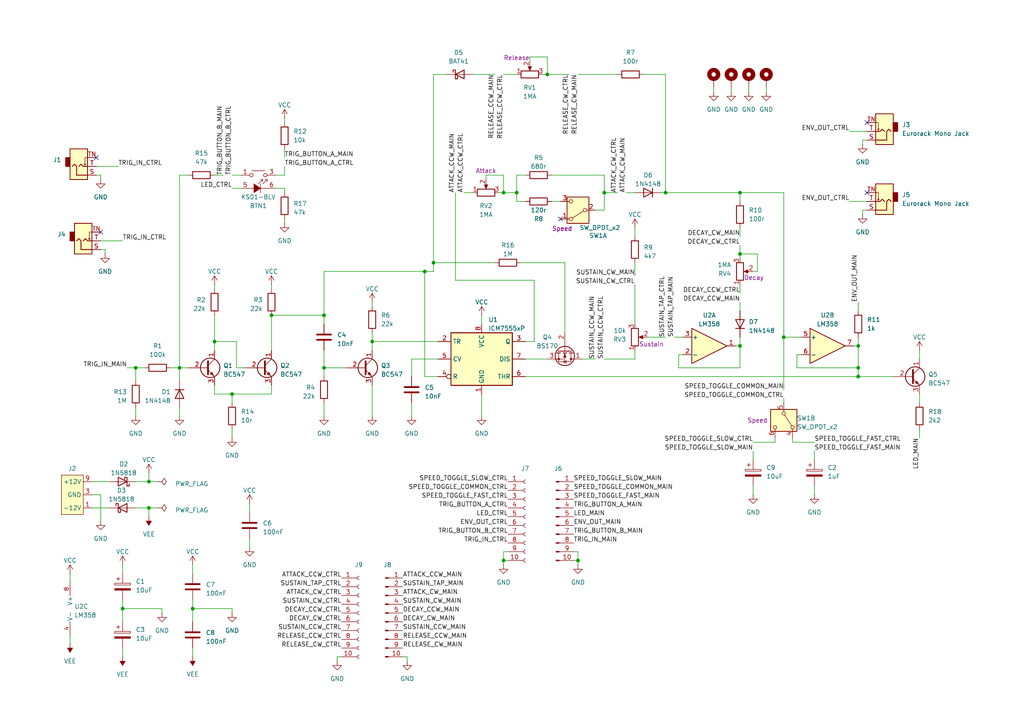
<source format=kicad_sch>
(kicad_sch (version 20231120) (generator "eeschema") (generator_version "8.0")
  (paper "A4")
  (title_block (title "555 ADSR Envelope") (date "2024-07-07") (rev "rev01") (company "Bristol Communal Modular") (comment 2 "creativecommons.org/licenses/by/4.0/") (comment 3 "License: CC BY 4.0") (comment 4 "Author: Guy John"))
  (junction (at 52.07 106.68))
  (junction (at 149.86 55.88))
  (junction (at 125.73 76.2))
  (junction (at 123.19 78.74))
  (junction (at 227.33 97.79))
  (junction (at 35.56 176.53))
  (junction (at 43.18 147.32))
  (junction (at 158.75 21.59))
  (junction (at 62.23 99.06))
  (junction (at 248.92 106.68))
  (junction (at 39.37 106.68))
  (junction (at 107.95 99.06))
  (junction (at 214.63 100.33))
  (junction (at 248.92 100.33))
  (junction (at 193.04 55.88))
  (junction (at 93.98 106.68))
  (junction (at 55.88 176.53))
  (junction (at 248.92 109.22))
  (junction (at 146.05 55.88))
  (junction (at 43.18 139.7))
  (junction (at 167.64 162.56))
  (junction (at 214.63 55.88))
  (junction (at 78.74 91.44))
  (junction (at 175.26 55.88))
  (junction (at 67.31 114.3))
  (junction (at 146.05 162.56))
  (junction (at 93.98 91.44))
  (junction (at 214.63 73.66))
  (no_connect (at 27.94 45.72))
  (no_connect (at 29.21 67.31))
  (no_connect (at 251.46 35.56))
  (no_connect (at 162.56 63.5))
  (no_connect (at 251.46 55.88))
  (wire (pts (xy 219.71 73.66) (xy 214.63 73.66)))
  (wire (pts (xy 146.05 162.56) (xy 146.05 163.83)))
  (wire (pts (xy 39.37 118.11) (xy 39.37 120.65)))
  (wire (pts (xy 152.4 104.14) (xy 158.75 104.14)))
  (wire (pts (xy 127 109.22) (xy 123.19 109.22)))
  (wire (pts (xy 149.86 58.42) (xy 149.86 55.88)))
  (wire (pts (xy 52.07 50.8) (xy 54.61 50.8)))
  (wire (pts (xy 39.37 106.68) (xy 39.37 110.49)))
  (wire (pts (xy 218.44 140.97) (xy 218.44 143.51)))
  (wire (pts (xy 231.14 106.68) (xy 248.92 106.68)))
  (wire (pts (xy 62.23 114.3) (xy 67.31 114.3)))
  (wire (pts (xy 72.39 146.05) (xy 72.39 148.59)))
  (wire (pts (xy 248.92 106.68) (xy 248.92 100.33)))
  (wire (pts (xy 34.29 48.26) (xy 27.94 48.26)))
  (wire (pts (xy 193.04 55.88) (xy 214.63 55.88)))
  (wire (pts (xy 29.21 143.51) (xy 29.21 151.13)))
  (wire (pts (xy 152.4 50.8) (xy 149.86 50.8)))
  (wire (pts (xy 191.77 55.88) (xy 193.04 55.88)))
  (wire (pts (xy 248.92 100.33) (xy 247.65 100.33)))
  (wire (pts (xy 43.18 139.7) (xy 45.72 139.7)))
  (wire (pts (xy 149.86 55.88) (xy 146.05 55.88)))
  (wire (pts (xy 236.22 130.81) (xy 236.22 133.35)))
  (wire (pts (xy 152.4 109.22) (xy 248.92 109.22)))
  (wire (pts (xy 167.64 21.59) (xy 179.07 21.59)))
  (wire (pts (xy 67.31 114.3) (xy 78.74 114.3)))
  (wire (pts (xy 227.33 115.57) (xy 227.33 116.84)))
  (wire (pts (xy 35.56 173.99) (xy 35.56 176.53)))
  (wire (pts (xy 227.33 97.79) (xy 232.41 97.79)))
  (wire (pts (xy 39.37 147.32) (xy 43.18 147.32)))
  (wire (pts (xy 166.37 162.56) (xy 167.64 162.56)))
  (wire (pts (xy 35.56 163.83) (xy 35.56 166.37)))
  (wire (pts (xy 125.73 76.2) (xy 125.73 78.74)))
  (wire (pts (xy 250.19 60.96) (xy 251.46 60.96)))
  (wire (pts (xy 224.79 128.27) (xy 224.79 127)))
  (wire (pts (xy 30.48 73.66) (xy 30.48 72.39)))
  (wire (pts (xy 55.88 176.53) (xy 67.31 176.53)))
  (wire (pts (xy 29.21 50.8) (xy 27.94 50.8)))
  (wire (pts (xy 93.98 106.68) (xy 93.98 109.22)))
  (wire (pts (xy 125.73 21.59) (xy 125.73 76.2)))
  (wire (pts (xy 123.19 78.74) (xy 125.73 78.74)))
  (wire (pts (xy 266.7 127) (xy 266.7 124.46)))
  (wire (pts (xy 151.13 76.2) (xy 163.83 76.2)))
  (wire (pts (xy 52.07 50.8) (xy 52.07 106.68)))
  (wire (pts (xy 62.23 82.55) (xy 62.23 83.82)))
  (wire (pts (xy 67.31 124.46) (xy 67.31 127)))
  (wire (pts (xy 78.74 91.44) (xy 78.74 101.6)))
  (wire (pts (xy 248.92 97.79) (xy 248.92 100.33)))
  (wire (pts (xy 214.63 82.55) (xy 214.63 85.09)))
  (wire (pts (xy 217.17 26.67) (xy 217.17 25.4)))
  (wire (pts (xy 152.4 58.42) (xy 149.86 58.42)))
  (wire (pts (xy 82.55 34.29) (xy 82.55 35.56)))
  (wire (pts (xy 118.11 190.5) (xy 118.11 191.77)))
  (wire (pts (xy 67.31 116.84) (xy 67.31 114.3)))
  (wire (pts (xy 67.31 54.61) (xy 69.85 54.61)))
  (wire (pts (xy 29.21 52.07) (xy 29.21 50.8)))
  (wire (pts (xy 175.26 104.14) (xy 184.15 104.14)))
  (wire (pts (xy 175.26 55.88) (xy 179.07 55.88)))
  (wire (pts (xy 97.79 190.5) (xy 97.79 191.77)))
  (wire (pts (xy 250.19 40.64) (xy 251.46 40.64)))
  (wire (pts (xy 248.92 109.22) (xy 259.08 109.22)))
  (wire (pts (xy 78.74 82.55) (xy 78.74 83.82)))
  (wire (pts (xy 93.98 78.74) (xy 93.98 91.44)))
  (wire (pts (xy 214.63 55.88) (xy 214.63 58.42)))
  (wire (pts (xy 146.05 160.02) (xy 146.05 162.56)))
  (wire (pts (xy 175.26 50.8) (xy 175.26 55.88)))
  (wire (pts (xy 181.61 55.88) (xy 184.15 55.88)))
  (wire (pts (xy 140.97 50.8) (xy 146.05 50.8)))
  (wire (pts (xy 219.71 78.74) (xy 219.71 73.66)))
  (wire (pts (xy 218.44 128.27) (xy 224.79 128.27)))
  (wire (pts (xy 218.44 78.74) (xy 219.71 78.74)))
  (wire (pts (xy 39.37 106.68) (xy 41.91 106.68)))
  (wire (pts (xy 93.98 106.68) (xy 100.33 106.68)))
  (wire (pts (xy 172.72 60.96) (xy 175.26 60.96)))
  (wire (pts (xy 146.05 21.59) (xy 149.86 21.59)))
  (wire (pts (xy 198.12 102.87) (xy 196.85 102.87)))
  (wire (pts (xy 236.22 140.97) (xy 236.22 143.51)))
  (wire (pts (xy 158.75 21.59) (xy 165.1 21.59)))
  (wire (pts (xy 62.23 114.3) (xy 62.23 111.76)))
  (wire (pts (xy 78.74 111.76) (xy 78.74 114.3)))
  (wire (pts (xy 187.96 97.79) (xy 193.04 97.79)))
  (wire (pts (xy 52.07 118.11) (xy 52.07 120.65)))
  (wire (pts (xy 93.98 101.6) (xy 93.98 106.68)))
  (wire (pts (xy 123.19 109.22) (xy 123.19 78.74)))
  (wire (pts (xy 119.38 104.14) (xy 119.38 109.22)))
  (wire (pts (xy 154.94 81.28) (xy 154.94 99.06)))
  (wire (pts (xy 82.55 50.8) (xy 80.01 50.8)))
  (wire (pts (xy 67.31 177.8) (xy 67.31 176.53)))
  (wire (pts (xy 248.92 87.63) (xy 248.92 90.17)))
  (wire (pts (xy 214.63 66.04) (xy 214.63 68.58)))
  (wire (pts (xy 26.67 147.32) (xy 31.75 147.32)))
  (wire (pts (xy 67.31 50.8) (xy 69.85 50.8)))
  (wire (pts (xy 229.87 128.27) (xy 236.22 128.27)))
  (wire (pts (xy 229.87 127) (xy 229.87 128.27)))
  (wire (pts (xy 153.67 17.78) (xy 153.67 16.51)))
  (wire (pts (xy 248.92 106.68) (xy 248.92 109.22)))
  (wire (pts (xy 62.23 99.06) (xy 62.23 101.6)))
  (wire (pts (xy 146.05 162.56) (xy 147.32 162.56)))
  (wire (pts (xy 55.88 163.83) (xy 55.88 166.37)))
  (wire (pts (xy 35.56 190.5) (xy 35.56 187.96)))
  (wire (pts (xy 107.95 87.63) (xy 107.95 88.9)))
  (wire (pts (xy 55.88 190.5) (xy 55.88 187.96)))
  (wire (pts (xy 132.08 55.88) (xy 132.08 81.28)))
  (wire (pts (xy 154.94 99.06) (xy 152.4 99.06)))
  (wire (pts (xy 129.54 21.59) (xy 125.73 21.59)))
  (wire (pts (xy 123.19 78.74) (xy 93.98 78.74)))
  (wire (pts (xy 36.83 106.68) (xy 39.37 106.68)))
  (wire (pts (xy 46.99 177.8) (xy 46.99 176.53)))
  (wire (pts (xy 214.63 100.33) (xy 213.36 100.33)))
  (wire (pts (xy 222.25 26.67) (xy 222.25 25.4)))
  (wire (pts (xy 184.15 66.04) (xy 184.15 68.58)))
  (wire (pts (xy 214.63 73.66) (xy 214.63 74.93)))
  (wire (pts (xy 250.19 41.91) (xy 250.19 40.64)))
  (wire (pts (xy 99.06 190.5) (xy 97.79 190.5)))
  (wire (pts (xy 39.37 139.7) (xy 43.18 139.7)))
  (wire (pts (xy 166.37 160.02) (xy 167.64 160.02)))
  (wire (pts (xy 212.09 26.67) (xy 212.09 25.4)))
  (wire (pts (xy 55.88 173.99) (xy 55.88 176.53)))
  (wire (pts (xy 35.56 176.53) (xy 35.56 180.34)))
  (wire (pts (xy 107.95 99.06) (xy 107.95 101.6)))
  (wire (pts (xy 20.32 186.69) (xy 20.32 184.15)))
  (wire (pts (xy 127 104.14) (xy 119.38 104.14)))
  (wire (pts (xy 184.15 80.01) (xy 184.15 76.2)))
  (wire (pts (xy 227.33 97.79) (xy 227.33 113.03)))
  (wire (pts (xy 52.07 106.68) (xy 54.61 106.68)))
  (wire (pts (xy 158.75 21.59) (xy 157.48 21.59)))
  (wire (pts (xy 146.05 55.88) (xy 144.78 55.88)))
  (wire (pts (xy 246.38 38.1) (xy 251.46 38.1)))
  (wire (pts (xy 160.02 50.8) (xy 175.26 50.8)))
  (wire (pts (xy 266.7 114.3) (xy 266.7 116.84)))
  (wire (pts (xy 214.63 106.68) (xy 214.63 100.33)))
  (wire (pts (xy 231.14 102.87) (xy 231.14 106.68)))
  (wire (pts (xy 68.58 99.06) (xy 68.58 106.68)))
  (wire (pts (xy 62.23 50.8) (xy 64.77 50.8)))
  (wire (pts (xy 158.75 16.51) (xy 158.75 21.59)))
  (wire (pts (xy 175.26 55.88) (xy 175.26 60.96)))
  (wire (pts (xy 134.62 55.88) (xy 137.16 55.88)))
  (wire (pts (xy 218.44 130.81) (xy 218.44 133.35)))
  (wire (pts (xy 246.38 58.42) (xy 251.46 58.42)))
  (wire (pts (xy 107.95 120.65) (xy 107.95 111.76)))
  (wire (pts (xy 149.86 50.8) (xy 149.86 55.88)))
  (wire (pts (xy 266.7 101.6) (xy 266.7 104.14)))
  (wire (pts (xy 139.7 114.3) (xy 139.7 120.65)))
  (wire (pts (xy 119.38 116.84) (xy 119.38 120.65)))
  (wire (pts (xy 35.56 176.53) (xy 46.99 176.53)))
  (wire (pts (xy 72.39 158.75) (xy 72.39 156.21)))
  (wire (pts (xy 62.23 91.44) (xy 62.23 99.06)))
  (wire (pts (xy 160.02 58.42) (xy 162.56 58.42)))
  (wire (pts (xy 193.04 21.59) (xy 193.04 55.88)))
  (wire (pts (xy 82.55 48.26) (xy 82.55 50.8)))
  (wire (pts (xy 20.32 166.37) (xy 20.32 168.91)))
  (wire (pts (xy 49.53 106.68) (xy 52.07 106.68)))
  (wire (pts (xy 163.83 76.2) (xy 163.83 96.52)))
  (wire (pts (xy 137.16 21.59) (xy 143.51 21.59)))
  (wire (pts (xy 52.07 106.68) (xy 52.07 110.49)))
  (wire (pts (xy 214.63 55.88) (xy 227.33 55.88)))
  (wire (pts (xy 26.67 139.7) (xy 31.75 139.7)))
  (wire (pts (xy 43.18 147.32) (xy 43.18 149.86)))
  (wire (pts (xy 146.05 50.8) (xy 146.05 55.88)))
  (wire (pts (xy 167.64 160.02) (xy 167.64 162.56)))
  (wire (pts (xy 35.56 69.85) (xy 29.21 69.85)))
  (wire (pts (xy 132.08 81.28) (xy 154.94 81.28)))
  (wire (pts (xy 107.95 99.06) (xy 127 99.06)))
  (wire (pts (xy 140.97 52.07) (xy 140.97 50.8)))
  (wire (pts (xy 195.58 97.79) (xy 198.12 97.79)))
  (wire (pts (xy 184.15 104.14) (xy 184.15 101.6)))
  (wire (pts (xy 62.23 99.06) (xy 68.58 99.06)))
  (wire (pts (xy 167.64 162.56) (xy 167.64 163.83)))
  (wire (pts (xy 227.33 55.88) (xy 227.33 97.79)))
  (wire (pts (xy 196.85 102.87) (xy 196.85 106.68)))
  (wire (pts (xy 153.67 16.51) (xy 158.75 16.51)))
  (wire (pts (xy 168.91 104.14) (xy 172.72 104.14)))
  (wire (pts (xy 107.95 96.52) (xy 107.95 99.06)))
  (wire (pts (xy 82.55 63.5) (xy 82.55 64.77)))
  (wire (pts (xy 43.18 139.7) (xy 43.18 137.16)))
  (wire (pts (xy 43.18 147.32) (xy 45.72 147.32)))
  (wire (pts (xy 147.32 160.02) (xy 146.05 160.02)))
  (wire (pts (xy 139.7 91.44) (xy 139.7 93.98)))
  (wire (pts (xy 184.15 82.55) (xy 184.15 93.98)))
  (wire (pts (xy 78.74 91.44) (xy 93.98 91.44)))
  (wire (pts (xy 82.55 54.61) (xy 82.55 55.88)))
  (wire (pts (xy 250.19 62.23) (xy 250.19 60.96)))
  (wire (pts (xy 30.48 72.39) (xy 29.21 72.39)))
  (wire (pts (xy 55.88 176.53) (xy 55.88 180.34)))
  (wire (pts (xy 116.84 190.5) (xy 118.11 190.5)))
  (wire (pts (xy 82.55 43.18) (xy 82.55 45.72)))
  (wire (pts (xy 125.73 76.2) (xy 143.51 76.2)))
  (wire (pts (xy 214.63 87.63) (xy 214.63 90.17)))
  (wire (pts (xy 26.67 143.51) (xy 29.21 143.51)))
  (wire (pts (xy 207.01 26.67) (xy 207.01 25.4)))
  (wire (pts (xy 93.98 116.84) (xy 93.98 120.65)))
  (wire (pts (xy 186.69 21.59) (xy 193.04 21.59)))
  (wire (pts (xy 93.98 91.44) (xy 93.98 93.98)))
  (wire (pts (xy 214.63 97.79) (xy 214.63 100.33)))
  (wire (pts (xy 214.63 71.12) (xy 214.63 73.66)))
  (wire (pts (xy 232.41 102.87) (xy 231.14 102.87)))
  (wire (pts (xy 68.58 106.68) (xy 71.12 106.68)))
  (wire (pts (xy 196.85 106.68) (xy 214.63 106.68)))
  (wire (pts (xy 80.01 54.61) (xy 82.55 54.61)))
  (label "ENV_OUT_MAIN" (at 166.37 152.4 0))
  (label "DECAY_CCW_CTRL" (at 214.63 85.09 180))
  (label "SPEED_TOGGLE_COMMON_CTRL" (at 147.32 142.24 180))
  (label "SPEED_TOGGLE_FAST_MAIN" (at 166.37 144.78 0))
  (label "ATTACK_CW_MAIN" (at 181.61 55.88 90))
  (label "ENV_OUT_CTRL" (at 246.38 38.1 180))
  (label "RELEASE_CCW_CTRL" (at 146.05 21.59 270))
  (label "ATTACK_CCW_MAIN" (at 132.08 55.88 90))
  (label "SPEED_TOGGLE_FAST_CTRL" (at 236.22 128.27 0))
  (label "TRIG_IN_CTRL" (at 34.29 48.26 0))
  (label "RELEASE_CW_MAIN" (at 167.64 21.59 270))
  (label "TRIG_IN_MAIN" (at 166.37 157.48 0))
  (label "RELEASE_CW_CTRL" (at 165.1 21.59 270))
  (label "SPEED_TOGGLE_COMMON_MAIN" (at 227.33 113.03 180))
  (label "RELEASE_CCW_CTRL" (at 99.06 185.42 180))
  (label "SPEED_TOGGLE_FAST_MAIN" (at 236.22 130.81 0))
  (label "SUSTAIN_TAP_MAIN" (at 116.84 170.18 0))
  (label "ATTACK_CW_MAIN" (at 116.84 172.72 0))
  (label "LED_CTRL" (at 67.31 54.61 180))
  (label "LED_MAIN" (at 166.37 149.86 0))
  (label "SUSTAIN_CCW_MAIN" (at 116.84 182.88 0))
  (label "TRIG_BUTTON_A_MAIN" (at 166.37 147.32 0))
  (label "TRIG_BUTTON_A_MAIN" (at 82.55 45.72 0))
  (label "TRIG_IN_CTRL" (at 147.32 157.48 180))
  (label "TRIG_BUTTON_B_CTRL" (at 147.32 154.94 180))
  (label "TRIG_IN_MAIN" (at 36.83 106.68 180))
  (label "SUSTAIN_CW_CTRL" (at 184.15 82.55 180))
  (label "SUSTAIN_CCW_CTRL" (at 175.26 104.14 90))
  (label "SPEED_TOGGLE_COMMON_CTRL" (at 227.33 115.57 180))
  (label "ATTACK_CCW_MAIN" (at 116.84 167.64 0))
  (label "TRIG_BUTTON_B_MAIN" (at 166.37 154.94 0))
  (label "TRIG_BUTTON_B_CTRL" (at 67.31 50.8 90))
  (label "SPEED_TOGGLE_SLOW_CTRL" (at 218.44 128.27 180))
  (label "DECAY_CCW_MAIN" (at 116.84 177.8 0))
  (label "RELEASE_CCW_MAIN" (at 143.51 21.59 270))
  (label "ATTACK_CCW_CTRL" (at 134.62 55.88 90))
  (label "DECAY_CW_CTRL" (at 99.06 180.34 180))
  (label "TRIG_IN_CTRL" (at 35.56 69.85 0))
  (label "SPEED_TOGGLE_SLOW_CTRL" (at 147.32 139.7 180))
  (label "SPEED_TOGGLE_SLOW_MAIN" (at 218.44 130.81 180))
  (label "SUSTAIN_TAP_CTRL" (at 99.06 170.18 180))
  (label "TRIG_BUTTON_A_CTRL" (at 82.55 48.26 0))
  (label "SUSTAIN_TAP_MAIN" (at 195.58 97.79 90))
  (label "DECAY_CCW_CTRL" (at 99.06 177.8 180))
  (label "SUSTAIN_CW_CTRL" (at 99.06 175.26 180))
  (label "RELEASE_CW_MAIN" (at 116.84 187.96 0))
  (label "ENV_OUT_MAIN" (at 248.92 87.63 90))
  (label "LED_CTRL" (at 147.32 149.86 180))
  (label "DECAY_CW_MAIN" (at 214.63 68.58 180))
  (label "SPEED_TOGGLE_FAST_CTRL" (at 147.32 144.78 180))
  (label "SUSTAIN_CW_MAIN" (at 116.84 175.26 0))
  (label "DECAY_CW_CTRL" (at 214.63 71.12 180))
  (label "SUSTAIN_CCW_MAIN" (at 172.72 104.14 90))
  (label "ATTACK_CW_CTRL" (at 179.07 55.88 90))
  (label "SUSTAIN_TAP_CTRL" (at 193.04 97.79 90))
  (label "SPEED_TOGGLE_SLOW_MAIN" (at 166.37 139.7 0))
  (label "TRIG_BUTTON_A_CTRL" (at 147.32 147.32 180))
  (label "TRIG_BUTTON_B_MAIN" (at 64.77 50.8 90))
  (label "ENV_OUT_CTRL" (at 246.38 58.42 180))
  (label "DECAY_CW_MAIN" (at 116.84 180.34 0))
  (label "ATTACK_CW_CTRL" (at 99.06 172.72 180))
  (label "SUSTAIN_CW_MAIN" (at 184.15 80.01 180))
  (label "ATTACK_CCW_CTRL" (at 99.06 167.64 180))
  (label "ENV_OUT_CTRL" (at 147.32 152.4 180))
  (label "RELEASE_CW_CTRL" (at 99.06 187.96 180))
  (label "SUSTAIN_CCW_CTRL" (at 99.06 182.88 180))
  (label "RELEASE_CCW_MAIN" (at 116.84 185.42 0))
  (label "DECAY_CCW_MAIN" (at 214.63 87.63 180))
  (label "SPEED_TOGGLE_COMMON_MAIN" (at 166.37 142.24 0))
  (label "LED_MAIN" (at 266.7 127 270))
  (symbol (lib_id "Connector_Audio:AudioJack2_SwitchT") (at 22.86 48.26 0) (mirror x) (unit 1)
    (property "Reference" "J1" (at 17.78 46.3549 0) (effects (justify right)))
    (property "Value" "Eurorack Mono Jack" (effects (hide yes)))
    (property "Footprint" "Rumblesan_Audio_Connectors:Jack_3.5mm_QingPu_WQP-PJ398SM_Vertical" (effects (hide yes)))
    (property "Description" "Audio Jack, 2 Poles (Mono / TS), Switched T Pole (Normalling)" (effects (hide yes)))
    (property "mpn" "WQP-WQP518MA" (effects (hide yes)))
  )
  (symbol (lib_id "power:GND") (at 29.21 52.07 0) (unit 1)
    (property "Reference" "#PWR07" (effects (hide yes)))
    (property "Value" "GND" (at 29.21 57.15 0))
    (property "Description" "Power symbol creates a global label with name \"GND\" , ground" (effects (hide yes)))
  )
  (symbol (lib_id "power:GND") (at 207.01 26.67 0) (unit 1)
    (property "Reference" "#PWR039" (effects (hide yes)))
    (property "Value" "GND" (at 207.01 31.75 0))
    (property "Description" "Power symbol creates a global label with name \"GND\" , ground" (effects (hide yes)))
  )
  (symbol (lib_id "Rumblesan_Eurorack_Power:Eurorack Power Small") (at 20.32 143.51 0) (unit 1)
    (property "Reference" "J2" (at 20.955 135.89 0))
    (property "Value" "Eurorack Power Small" (effects (hide yes)))
    (property "Footprint" "Rumblesan_Eurorack_Power:Eurorack_PowerHeader_2x05_P2.54mm_Shrouded" (effects (hide yes)))
  )
  (symbol (lib_id "Connector:Conn_01x10_Socket") (at 152.4 149.86 0) (unit 1)
    (property "Reference" "J7" (at 151.13 135.89 0) (effects (justify left)))
    (property "Value" "Conn_01x10_Socket" (effects (hide yes)))
    (property "Footprint" "Connector_PinSocket_2.54mm:PinSocket_1x10_P2.54mm_Vertical" (effects (hide yes)))
    (property "Description" "Generic connector, single row, 01x10, script generated" (effects (hide yes)))
  )
  (symbol (lib_id "power:GND") (at 212.09 26.67 0) (unit 1)
    (property "Reference" "#PWR040" (effects (hide yes)))
    (property "Value" "GND" (at 212.09 31.75 0))
    (property "Description" "Power symbol creates a global label with name \"GND\" , ground" (effects (hide yes)))
  )
  (symbol (lib_id "Device:R_Potentiometer") (at 184.15 97.79 0) (mirror x) (unit 1)
    (property "Reference" "RV3" (at 181.61 98.425 0) (effects (justify right)))
    (property "Value" "10k" (at 181.61 95.885 0) (effects (justify right)))
    (property "Footprint" "Rumblesan_Potentiometer_THT:Potentiometer_Alpha_RD901F-40-00D_Single_Vertical" (effects (hide yes)))
    (property "Description" "Potentiometer" (effects (hide yes)))
    (property "Name" "Sustain" (at 188.976 99.822 0))
  )
  (symbol (lib_id "Timer:ICM7555xP") (at 139.7 104.14 0) (unit 1)
    (property "Reference" "U1" (at 141.6559 92.71 0) (effects (justify left)))
    (property "Value" "ICM7555xP" (at 141.6559 95.25 0) (effects (justify left)))
    (property "Footprint" "Package_DIP:DIP-8_W7.62mm_Socket" (effects (hide yes)))
    (property "Datasheet" "http://www.intersil.com/content/dam/Intersil/documents/icm7/icm7555-56.pdf" (effects (hide yes)))
    (property "Description" "CMOS General Purpose Timer, 555 compatible, PDIP-8" (effects (hide yes)))
  )
  (symbol (lib_id "power:GND") (at 146.05 163.83 0) (unit 1)
    (property "Reference" "#PWR035" (effects (hide yes)))
    (property "Value" "GND" (at 146.05 168.91 0))
    (property "Description" "Power symbol creates a global label with name \"GND\" , ground" (effects (hide yes)))
  )
  (symbol (lib_id "power:VCC") (at 266.7 101.6 0) (unit 1)
    (property "Reference" "#PWR034" (effects (hide yes)))
    (property "Value" "VCC" (at 266.7 97.79 0))
    (property "Description" "Power symbol creates a global label with name \"VCC\"" (effects (hide yes)))
  )
  (symbol (lib_id "Device:R") (at 156.21 58.42 90) (unit 1)
    (property "Reference" "R8" (at 156.21 63.5 90))
    (property "Value" "120r" (at 156.21 60.96 90))
    (property "Footprint" "Resistor_THT:R_Axial_DIN0207_L6.3mm_D2.5mm_P10.16mm_Horizontal" (effects (hide yes)))
    (property "Description" "Resistor" (effects (hide yes)))
    (property "Tolerance" "1%" (effects (hide yes)))
    (property "Power" "0.5W" (effects (hide yes)))
    (property "Spec" "metal film" (effects (hide yes)))
  )
  (symbol (lib_id "power:GND") (at 222.25 26.67 0) (unit 1)
    (property "Reference" "#PWR042" (effects (hide yes)))
    (property "Value" "GND" (at 222.25 31.75 0))
    (property "Description" "Power symbol creates a global label with name \"GND\" , ground" (effects (hide yes)))
  )
  (symbol (lib_id "Device:R") (at 156.21 50.8 90) (mirror x) (unit 1)
    (property "Reference" "R5" (at 156.21 45.72 90))
    (property "Value" "680r" (at 156.21 48.26 90))
    (property "Footprint" "Resistor_THT:R_Axial_DIN0207_L6.3mm_D2.5mm_P10.16mm_Horizontal" (effects (hide yes)))
    (property "Description" "Resistor" (effects (hide yes)))
    (property "Tolerance" "1%" (effects (hide yes)))
    (property "Power" "0.5W" (effects (hide yes)))
    (property "Spec" "metal film" (effects (hide yes)))
  )
  (symbol (lib_id "Device:C_Polarized") (at 236.22 137.16 0) (unit 1)
    (property "Reference" "C2" (at 240.03 135.636 0) (effects (justify left)))
    (property "Value" "1uF" (at 240.03 138.176 0) (effects (justify left)))
    (property "Footprint" "Capacitor_THT:CP_Radial_D5.0mm_P2.00mm" (effects (hide yes)))
    (property "Description" "Polarized capacitor" (effects (hide yes)))
    (property "Spec" "electrolytic" (effects (hide yes)))
  )
  (symbol (lib_id "power:VCC") (at 184.15 66.04 0) (unit 1)
    (property "Reference" "#PWR023" (effects (hide yes)))
    (property "Value" "VCC" (at 184.15 62.23 0))
    (property "Description" "Power symbol creates a global label with name \"VCC\"" (effects (hide yes)))
  )
  (symbol (lib_id "Mechanical:MountingHole_Pad") (at 222.25 22.86 0) (unit 1) (in_bom no)
    (property "Reference" "H4" (effects (hide yes)))
    (property "Value" "MountingHole_Pad" (effects (hide yes)))
    (property "Footprint" "MountingHole:MountingHole_3.2mm_M3_DIN965_Pad" (effects (hide yes)))
    (property "Description" "Mounting Hole with connection" (effects (hide yes)))
  )
  (symbol (lib_id "Transistor_BJT:BC547") (at 59.69 106.68 0) (unit 1)
    (property "Reference" "Q1" (at 64.77 106.045 0) (effects (justify left)))
    (property "Value" "BC547" (at 64.77 108.585 0) (effects (justify left)))
    (property "Footprint" "Package_TO_SOT_THT:TO-92_Inline_Wide" (effects (hide yes)))
    (property "Datasheet" "https://www.onsemi.com/pub/Collateral/BC550-D.pdf" (effects (hide yes)))
    (property "Description" "0.1A Ic, 45V Vce, Small Signal NPN Transistor, TO-92" (effects (hide yes)))
  )
  (symbol (lib_id "power:GND") (at 67.31 127 0) (unit 1)
    (property "Reference" "#PWR06" (effects (hide yes)))
    (property "Value" "GND" (at 67.31 132.08 0))
    (property "Description" "Power symbol creates a global label with name \"GND\" , ground" (effects (hide yes)))
  )
  (symbol (lib_id "Device:R_Potentiometer") (at 153.67 21.59 90) (unit 1)
    (property "Reference" "RV1" (at 153.67 25.4 90))
    (property "Value" "1MA" (at 153.67 27.94 90))
    (property "Footprint" "Rumblesan_Potentiometer_THT:Potentiometer_Alpha_RD901F-40-00D_Single_Vertical" (effects (hide yes)))
    (property "Description" "Potentiometer" (effects (hide yes)))
    (property "Name" "Release" (at 149.86 16.764 90))
  )
  (symbol (lib_id "Transistor_BJT:BC547") (at 105.41 106.68 0) (unit 1)
    (property "Reference" "Q3" (at 110.49 106.045 0) (effects (justify left)))
    (property "Value" "BC547" (at 110.49 108.585 0) (effects (justify left)))
    (property "Footprint" "Package_TO_SOT_THT:TO-92_Inline_Wide" (effects (hide yes)))
    (property "Datasheet" "https://www.onsemi.com/pub/Collateral/BC550-D.pdf" (effects (hide yes)))
    (property "Description" "0.1A Ic, 45V Vce, Small Signal NPN Transistor, TO-92" (effects (hide yes)))
  )
  (symbol (lib_id "power:GND") (at 97.79 191.77 0) (unit 1)
    (property "Reference" "#PWR037" (effects (hide yes)))
    (property "Value" "GND" (at 97.79 196.85 0))
    (property "Description" "Power symbol creates a global label with name \"GND\" , ground" (effects (hide yes)))
  )
  (symbol (lib_id "Device:R") (at 147.32 76.2 270) (unit 1)
    (property "Reference" "R16" (at 147.32 71.12 90))
    (property "Value" "1M" (at 147.32 73.66 90))
    (property "Footprint" "Resistor_THT:R_Axial_DIN0207_L6.3mm_D2.5mm_P10.16mm_Horizontal" (effects (hide yes)))
    (property "Description" "Resistor" (effects (hide yes)))
    (property "Tolerance" "1%" (effects (hide yes)))
    (property "Power" "0.5W" (effects (hide yes)))
    (property "Spec" "metal film" (effects (hide yes)))
  )
  (symbol (lib_id "power:GND") (at 93.98 120.65 0) (unit 1)
    (property "Reference" "#PWR010" (effects (hide yes)))
    (property "Value" "GND" (at 93.98 125.73 0))
    (property "Description" "Power symbol creates a global label with name \"GND\" , ground" (effects (hide yes)))
  )
  (symbol (lib_id "power:PWR_FLAG") (at 45.72 147.32 270) (unit 1)
    (property "Reference" "#FLG02" (effects (hide yes)))
    (property "Value" "PWR_FLAG" (at 50.8 147.955 90) (effects (justify left)))
    (property "Description" "Special symbol for telling ERC where power comes from" (effects (hide yes)))
  )
  (symbol (lib_id "power:GND") (at 46.99 177.8 0) (unit 1)
    (property "Reference" "#PWR021" (effects (hide yes)))
    (property "Value" "GND" (at 46.99 182.88 0))
    (property "Description" "Power symbol creates a global label with name \"GND\" , ground" (effects (hide yes)))
  )
  (symbol (lib_id "Device:R") (at 266.7 120.65 180) (unit 1)
    (property "Reference" "R18" (at 269.24 119.3799 0) (effects (justify right)))
    (property "Value" "2k2" (at 269.24 121.9199 0) (effects (justify right)))
    (property "Footprint" "Resistor_THT:R_Axial_DIN0207_L6.3mm_D2.5mm_P10.16mm_Horizontal" (effects (hide yes)))
    (property "Description" "Resistor" (effects (hide yes)))
    (property "Tolerance" "1%" (effects (hide yes)))
    (property "Power" "0.5W" (effects (hide yes)))
    (property "Spec" "metal film" (effects (hide yes)))
  )
  (symbol (lib_id "Connector:Conn_01x10_Pin") (at 111.76 177.8 0) (unit 1)
    (property "Reference" "J8" (at 112.395 163.83 0))
    (property "Value" "Conn_01x10_Pin" (effects (hide yes)))
    (property "Footprint" "Connector_PinHeader_2.54mm:PinHeader_1x10_P2.54mm_Vertical" (effects (hide yes)))
    (property "Description" "Generic connector, single row, 01x10, script generated" (effects (hide yes)))
  )
  (symbol (lib_id "Mechanical:MountingHole_Pad") (at 217.17 22.86 0) (unit 1) (in_bom no)
    (property "Reference" "H3" (effects (hide yes)))
    (property "Value" "MountingHole_Pad" (effects (hide yes)))
    (property "Footprint" "MountingHole:MountingHole_3.2mm_M3_DIN965_Pad" (effects (hide yes)))
    (property "Description" "Mounting Hole with connection" (effects (hide yes)))
  )
  (symbol (lib_id "Device:R") (at 45.72 106.68 90) (unit 1)
    (property "Reference" "R1" (at 45.72 100.33 90))
    (property "Value" "100k" (at 45.72 102.87 90))
    (property "Footprint" "Resistor_THT:R_Axial_DIN0207_L6.3mm_D2.5mm_P10.16mm_Horizontal" (effects (hide yes)))
    (property "Description" "Resistor" (effects (hide yes)))
    (property "Tolerance" "1%" (effects (hide yes)))
    (property "Power" "0.5W" (effects (hide yes)))
    (property "Spec" "metal film" (effects (hide yes)))
  )
  (symbol (lib_id "power:GND") (at 119.38 120.65 0) (unit 1)
    (property "Reference" "#PWR014" (effects (hide yes)))
    (property "Value" "GND" (at 119.38 125.73 0))
    (property "Description" "Power symbol creates a global label with name \"GND\" , ground" (effects (hide yes)))
  )
  (symbol (lib_id "power:GND") (at 118.11 191.77 0) (unit 1)
    (property "Reference" "#PWR038" (effects (hide yes)))
    (property "Value" "GND" (at 118.11 196.85 0))
    (property "Description" "Power symbol creates a global label with name \"GND\" , ground" (effects (hide yes)))
  )
  (symbol (lib_id "Device:R") (at 39.37 114.3 0) (mirror x) (unit 1)
    (property "Reference" "R13" (at 36.83 113.665 0) (effects (justify right)))
    (property "Value" "1M" (at 36.83 116.205 0) (effects (justify right)))
    (property "Footprint" "Resistor_THT:R_Axial_DIN0207_L6.3mm_D2.5mm_P10.16mm_Horizontal" (effects (hide yes)))
    (property "Description" "Resistor" (effects (hide yes)))
    (property "Tolerance" "1%" (effects (hide yes)))
    (property "Power" "0.5W" (effects (hide yes)))
    (property "Spec" "metal film" (effects (hide yes)))
  )
  (symbol (lib_id "power:VEE") (at 20.32 186.69 180) (unit 1)
    (property "Reference" "#PWR019" (effects (hide yes)))
    (property "Value" "VEE" (at 20.32 191.77 0))
    (property "Description" "Power symbol creates a global label with name \"VEE\"" (effects (hide yes)))
  )
  (symbol (lib_id "Device:R") (at 184.15 72.39 180) (unit 1)
    (property "Reference" "R9" (at 186.69 71.755 0) (effects (justify right)))
    (property "Value" "4k7" (at 186.69 74.295 0) (effects (justify right)))
    (property "Footprint" "Resistor_THT:R_Axial_DIN0207_L6.3mm_D2.5mm_P10.16mm_Horizontal" (effects (hide yes)))
    (property "Description" "Resistor" (effects (hide yes)))
    (property "Tolerance" "1%" (effects (hide yes)))
    (property "Power" "0.5W" (effects (hide yes)))
    (property "Spec" "metal film" (effects (hide yes)))
  )
  (symbol (lib_id "Device:R") (at 82.55 59.69 180) (unit 1)
    (property "Reference" "R17" (at 85.09 59.055 0) (effects (justify right)))
    (property "Value" "47k" (at 85.09 61.595 0) (effects (justify right)))
    (property "Footprint" "Resistor_THT:R_Axial_DIN0207_L6.3mm_D2.5mm_P10.16mm_Horizontal" (effects (hide yes)))
    (property "Description" "Resistor" (effects (hide yes)))
    (property "Tolerance" "1%" (effects (hide yes)))
    (property "Power" "0.5W" (effects (hide yes)))
    (property "Spec" "metal film" (effects (hide yes)))
  )
  (symbol (lib_id "Device:R") (at 214.63 62.23 180) (unit 1)
    (property "Reference" "R10" (at 217.17 60.9599 0) (effects (justify right)))
    (property "Value" "100r" (at 217.17 63.4999 0) (effects (justify right)))
    (property "Footprint" "Resistor_THT:R_Axial_DIN0207_L6.3mm_D2.5mm_P10.16mm_Horizontal" (effects (hide yes)))
    (property "Description" "Resistor" (effects (hide yes)))
    (property "Tolerance" "1%" (effects (hide yes)))
    (property "Power" "0.5W" (effects (hide yes)))
    (property "Spec" "metal film" (effects (hide yes)))
  )
  (symbol (lib_id "power:GND") (at 29.21 151.13 0) (unit 1)
    (property "Reference" "#PWR01" (effects (hide yes)))
    (property "Value" "GND" (at 29.21 156.21 0))
    (property "Description" "Power symbol creates a global label with name \"GND\" , ground" (effects (hide yes)))
  )
  (symbol (lib_id "power:VCC") (at 35.56 163.83 0) (unit 1)
    (property "Reference" "#PWR020" (effects (hide yes)))
    (property "Value" "VCC" (at 35.56 160.02 0))
    (property "Description" "Power symbol creates a global label with name \"VCC\"" (effects (hide yes)))
  )
  (symbol (lib_id "Amplifier_Operational:LM358") (at 205.74 100.33 0) (unit 1)
    (property "Reference" "U2" (at 205.74 91.44 0))
    (property "Value" "LM358" (at 205.74 93.98 0))
    (property "Footprint" "Package_DIP:DIP-8_W7.62mm_Socket" (effects (hide yes)))
    (property "Datasheet" "http://www.ti.com/lit/ds/symlink/lm2904-n.pdf" (effects (hide yes)))
    (property "Description" "Low-Power, Dual Operational Amplifiers, DIP-8/SOIC-8/TO-99-8" (effects (hide yes)))
  )
  (symbol (lib_id "power:GND") (at 250.19 41.91 0) (unit 1)
    (property "Reference" "#PWR025" (effects (hide yes)))
    (property "Value" "GND" (at 250.19 46.99 0))
    (property "Description" "Power symbol creates a global label with name \"GND\" , ground" (effects (hide yes)))
  )
  (symbol (lib_id "power:GND") (at 139.7 120.65 0) (unit 1)
    (property "Reference" "#PWR013" (effects (hide yes)))
    (property "Value" "GND" (at 139.7 125.73 0))
    (property "Description" "Power symbol creates a global label with name \"GND\" , ground" (effects (hide yes)))
  )
  (symbol (lib_id "Device:C_Polarized") (at 35.56 184.15 0) (unit 1)
    (property "Reference" "C3" (at 39.37 182.626 0) (effects (justify left)))
    (property "Value" "10uF" (at 39.37 185.166 0) (effects (justify left)))
    (property "Footprint" "Capacitor_THT:CP_Radial_D5.0mm_P2.00mm" (effects (hide yes)))
    (property "Description" "Polarized capacitor" (effects (hide yes)))
    (property "Spec" "electrolytic" (effects (hide yes)))
  )
  (symbol (lib_id "Device:R") (at 82.55 39.37 180) (unit 1)
    (property "Reference" "R12" (at 85.09 38.0999 0) (effects (justify right)))
    (property "Value" "10k" (at 85.09 40.6399 0) (effects (justify right)))
    (property "Footprint" "Resistor_THT:R_Axial_DIN0207_L6.3mm_D2.5mm_P10.16mm_Horizontal" (effects (hide yes)))
    (property "Description" "Resistor" (effects (hide yes)))
    (property "Tolerance" "1%" (effects (hide yes)))
    (property "Power" "0.5W" (effects (hide yes)))
    (property "Spec" "metal film" (effects (hide yes)))
  )
  (symbol (lib_id "Device:R") (at 67.31 120.65 0) (unit 1)
    (property "Reference" "R14" (at 69.85 119.3799 0) (effects (justify left)))
    (property "Value" "10r" (at 69.85 121.9199 0) (effects (justify left)))
    (property "Footprint" "Resistor_THT:R_Axial_DIN0207_L6.3mm_D2.5mm_P10.16mm_Horizontal" (effects (hide yes)))
    (property "Description" "Resistor" (effects (hide yes)))
    (property "Tolerance" "1%" (effects (hide yes)))
    (property "Power" "0.5W" (effects (hide yes)))
    (property "Spec" "metal film" (effects (hide yes)))
  )
  (symbol (lib_id "Device:R") (at 58.42 50.8 90) (unit 1)
    (property "Reference" "R15" (at 58.42 44.45 90))
    (property "Value" "47k" (at 58.42 46.99 90))
    (property "Footprint" "Resistor_THT:R_Axial_DIN0207_L6.3mm_D2.5mm_P10.16mm_Horizontal" (effects (hide yes)))
    (property "Description" "Resistor" (effects (hide yes)))
    (property "Tolerance" "1%" (effects (hide yes)))
    (property "Power" "0.5W" (effects (hide yes)))
    (property "Spec" "metal film" (effects (hide yes)))
  )
  (symbol (lib_id "Connector:Conn_01x10_Socket") (at 104.14 177.8 0) (unit 1)
    (property "Reference" "J9" (at 102.87 163.83 0) (effects (justify left)))
    (property "Value" "Conn_01x10_Socket" (effects (hide yes)))
    (property "Footprint" "Connector_PinSocket_2.54mm:PinSocket_1x10_P2.54mm_Vertical" (effects (hide yes)))
    (property "Description" "Generic connector, single row, 01x10, script generated" (effects (hide yes)))
  )
  (symbol (lib_id "Transistor_BJT:BC547") (at 264.16 109.22 0) (unit 1)
    (property "Reference" "Q5" (at 269.24 108.585 0) (effects (justify left)))
    (property "Value" "BC547" (at 269.24 111.125 0) (effects (justify left)))
    (property "Footprint" "Package_TO_SOT_THT:TO-92_Inline_Wide" (effects (hide yes)))
    (property "Datasheet" "https://www.onsemi.com/pub/Collateral/BC550-D.pdf" (effects (hide yes)))
    (property "Description" "0.1A Ic, 45V Vce, Small Signal NPN Transistor, TO-92" (effects (hide yes)))
  )
  (symbol (lib_id "power:GND") (at 236.22 143.51 0) (unit 1)
    (property "Reference" "#PWR024" (effects (hide yes)))
    (property "Value" "GND" (at 236.22 148.59 0))
    (property "Description" "Power symbol creates a global label with name \"GND\" , ground" (effects (hide yes)))
  )
  (symbol (lib_id "Transistor_BJT:BC547") (at 76.2 106.68 0) (unit 1)
    (property "Reference" "Q2" (at 81.28 106.045 0) (effects (justify left)))
    (property "Value" "BC547" (at 81.28 108.585 0) (effects (justify left)))
    (property "Footprint" "Package_TO_SOT_THT:TO-92_Inline_Wide" (effects (hide yes)))
    (property "Datasheet" "https://www.onsemi.com/pub/Collateral/BC550-D.pdf" (effects (hide yes)))
    (property "Description" "0.1A Ic, 45V Vce, Small Signal NPN Transistor, TO-92" (effects (hide yes)))
  )
  (symbol (lib_id "Mechanical:MountingHole_Pad") (at 212.09 22.86 0) (unit 1) (in_bom no)
    (property "Reference" "H2" (effects (hide yes)))
    (property "Value" "MountingHole_Pad" (effects (hide yes)))
    (property "Footprint" "MountingHole:MountingHole_3.2mm_M3_DIN965_Pad" (effects (hide yes)))
    (property "Description" "Mounting Hole with connection" (effects (hide yes)))
  )
  (symbol (lib_id "Device:R") (at 78.74 87.63 0) (mirror x) (unit 1)
    (property "Reference" "R3" (at 76.2 86.995 0) (effects (justify right)))
    (property "Value" "22k" (at 76.2 89.535 0) (effects (justify right)))
    (property "Footprint" "Resistor_THT:R_Axial_DIN0207_L6.3mm_D2.5mm_P10.16mm_Horizontal" (effects (hide yes)))
    (property "Description" "Resistor" (effects (hide yes)))
    (property "Tolerance" "1%" (effects (hide yes)))
    (property "Power" "0.5W" (effects (hide yes)))
    (property "Spec" "metal film" (effects (hide yes)))
  )
  (symbol (lib_id "Device:D") (at 187.96 55.88 0) (mirror y) (unit 1)
    (property "Reference" "D6" (at 187.96 50.8 0))
    (property "Value" "1N4148" (at 187.96 53.34 0))
    (property "Footprint" "Diode_THT:D_DO-35_SOD27_P7.62mm_Horizontal" (effects (hide yes)))
    (property "Description" "Diode" (effects (hide yes)))
    (property "Sim.Device" "D" (effects (hide yes)))
    (property "Sim.Pins" "1=K 2=A" (effects (hide yes)))
  )
  (symbol (lib_id "power:VEE") (at 35.56 190.5 180) (unit 1)
    (property "Reference" "#PWR022" (effects (hide yes)))
    (property "Value" "VEE" (at 35.56 195.58 0))
    (property "Description" "Power symbol creates a global label with name \"VEE\"" (effects (hide yes)))
  )
  (symbol (lib_id "power:VCC") (at 72.39 146.05 0) (unit 1)
    (property "Reference" "#PWR016" (effects (hide yes)))
    (property "Value" "VCC" (at 72.39 142.24 0))
    (property "Description" "Power symbol creates a global label with name \"VCC\"" (effects (hide yes)))
  )
  (symbol (lib_id "Transistor_FET:BS170") (at 163.83 101.6 270) (unit 1)
    (property "Reference" "Q4" (at 158.75 97.79 90))
    (property "Value" "BS170" (at 158.75 100.33 90))
    (property "Footprint" "Package_TO_SOT_THT:TO-92_Inline_Wide" (effects (hide yes)))
    (property "Datasheet" "https://www.onsemi.com/pub/Collateral/BS170-D.PDF" (effects (hide yes)))
    (property "Description" "0.5A Id, 60V Vds, N-Channel MOSFET, TO-92" (effects (hide yes)))
  )
  (symbol (lib_id "Connector_Audio:AudioJack2_SwitchT") (at 24.13 69.85 0) (mirror x) (unit 1)
    (property "Reference" "J4" (at 19.05 67.9449 0) (effects (justify right)))
    (property "Value" "Eurorack Mono Jack" (effects (hide yes)))
    (property "Footprint" "Rumblesan_Audio_Connectors:Jack_3.5mm_QingPu_WQP-PJ398SM_Vertical" (effects (hide yes)))
    (property "Description" "Audio Jack, 2 Poles (Mono / TS), Switched T Pole (Normalling)" (effects (hide yes)))
    (property "mpn" "WQP-WQP518MA" (effects (hide yes)))
  )
  (symbol (lib_id "power:VEE") (at 43.18 149.86 180) (unit 1)
    (property "Reference" "#PWR04" (effects (hide yes)))
    (property "Value" "VEE" (at 43.18 154.94 0))
    (property "Description" "Power symbol creates a global label with name \"VEE\"" (effects (hide yes)))
  )
  (symbol (lib_id "Device:D_Schottky") (at 133.35 21.59 0) (unit 1)
    (property "Reference" "D5" (at 133.0325 15.24 0))
    (property "Value" "BAT41" (at 133.0325 17.78 0))
    (property "Footprint" "Diode_THT:D_DO-35_SOD27_P7.62mm_Horizontal" (effects (hide yes)))
    (property "Description" "Schottky diode" (effects (hide yes)))
  )
  (symbol (lib_id "Device:C_Polarized") (at 218.44 137.16 0) (unit 1)
    (property "Reference" "C9" (at 222.25 135.636 0) (effects (justify left)))
    (property "Value" "10uF" (at 222.25 138.176 0) (effects (justify left)))
    (property "Footprint" "Capacitor_THT:CP_Radial_D5.0mm_P2.00mm" (effects (hide yes)))
    (property "Description" "Polarized capacitor" (effects (hide yes)))
    (property "Spec" "electrolytic" (effects (hide yes)))
  )
  (symbol (lib_id "Connector_Audio:AudioJack2_SwitchT") (at 256.54 58.42 180) (unit 1)
    (property "Reference" "J5" (at 261.62 56.5149 0) (effects (justify right)))
    (property "Value" "Eurorack Mono Jack" (at 261.62 59.0549 0) (effects (justify right)))
    (property "Footprint" "Rumblesan_Audio_Connectors:Jack_3.5mm_QingPu_WQP-PJ398SM_Vertical" (effects (hide yes)))
    (property "Description" "Audio Jack, 2 Poles (Mono / TS), Switched T Pole (Normalling)" (effects (hide yes)))
    (property "mpn" "WQP-WQP518MA" (effects (hide yes)))
  )
  (symbol (lib_id "power:GND") (at 52.07 120.65 0) (unit 1)
    (property "Reference" "#PWR02" (effects (hide yes)))
    (property "Value" "GND" (at 52.07 125.73 0))
    (property "Description" "Power symbol creates a global label with name \"GND\" , ground" (effects (hide yes)))
  )
  (symbol (lib_id "power:GND") (at 250.19 62.23 0) (unit 1)
    (property "Reference" "#PWR032" (effects (hide yes)))
    (property "Value" "GND" (at 250.19 67.31 0))
    (property "Description" "Power symbol creates a global label with name \"GND\" , ground" (effects (hide yes)))
  )
  (symbol (lib_id "Device:R") (at 62.23 87.63 0) (mirror x) (unit 1)
    (property "Reference" "R2" (at 59.69 86.995 0) (effects (justify right)))
    (property "Value" "22k" (at 59.69 89.535 0) (effects (justify right)))
    (property "Footprint" "Resistor_THT:R_Axial_DIN0207_L6.3mm_D2.5mm_P10.16mm_Horizontal" (effects (hide yes)))
    (property "Description" "Resistor" (effects (hide yes)))
    (property "Tolerance" "1%" (effects (hide yes)))
    (property "Power" "0.5W" (effects (hide yes)))
    (property "Spec" "metal film" (effects (hide yes)))
  )
  (symbol (lib_id "power:GND") (at 67.31 177.8 0) (unit 1)
    (property "Reference" "#PWR028" (effects (hide yes)))
    (property "Value" "GND" (at 67.31 182.88 0))
    (property "Description" "Power symbol creates a global label with name \"GND\" , ground" (effects (hide yes)))
  )
  (symbol (lib_id "Connector:Conn_01x10_Pin") (at 161.29 149.86 0) (unit 1)
    (property "Reference" "J6" (at 161.925 135.89 0))
    (property "Value" "Conn_01x10_Pin" (effects (hide yes)))
    (property "Footprint" "Connector_PinHeader_2.54mm:PinHeader_1x10_P2.54mm_Vertical" (effects (hide yes)))
    (property "Description" "Generic connector, single row, 01x10, script generated" (effects (hide yes)))
  )
  (symbol (lib_id "Connector_Audio:AudioJack2_SwitchT") (at 256.54 38.1 180) (unit 1)
    (property "Reference" "J3" (at 261.62 36.1949 0) (effects (justify right)))
    (property "Value" "Eurorack Mono Jack" (at 261.62 38.7349 0) (effects (justify right)))
    (property "Footprint" "Rumblesan_Audio_Connectors:Jack_3.5mm_QingPu_WQP-PJ398SM_Vertical" (effects (hide yes)))
    (property "Description" "Audio Jack, 2 Poles (Mono / TS), Switched T Pole (Normalling)" (effects (hide yes)))
    (property "mpn" "WQP-WQP518MA" (effects (hide yes)))
  )
  (symbol (lib_id "Device:D") (at 52.07 114.3 90) (mirror x) (unit 1)
    (property "Reference" "D1" (at 49.53 113.665 90) (effects (justify left)))
    (property "Value" "1N4148" (at 49.53 116.205 90) (effects (justify left)))
    (property "Footprint" "Diode_THT:D_DO-35_SOD27_P7.62mm_Horizontal" (effects (hide yes)))
    (property "Description" "Diode" (effects (hide yes)))
    (property "Sim.Device" "D" (effects (hide yes)))
    (property "Sim.Pins" "1=K 2=A" (effects (hide yes)))
  )
  (symbol (lib_id "Device:D_Schottky") (at 35.56 139.7 180) (unit 1)
    (property "Reference" "D2" (at 35.8775 134.62 0))
    (property "Value" "1N5818" (at 35.8775 137.16 0))
    (property "Footprint" "Diode_THT:D_DO-41_SOD81_P10.16mm_Horizontal" (effects (hide yes)))
    (property "Description" "Schottky diode" (effects (hide yes)))
  )
  (symbol (lib_id "Device:R_Potentiometer") (at 214.63 78.74 0) (mirror x) (unit 1)
    (property "Reference" "RV4" (at 212.09 79.375 0) (effects (justify right)))
    (property "Value" "1MA" (at 212.09 76.835 0) (effects (justify right)))
    (property "Footprint" "Rumblesan_Potentiometer_THT:Potentiometer_Alpha_RD901F-40-00D_Single_Vertical" (effects (hide yes)))
    (property "Description" "Potentiometer" (effects (hide yes)))
    (property "Name" "Decay" (at 218.694 80.518 0))
  )
  (symbol (lib_id "Mechanical:MountingHole_Pad") (at 207.01 22.86 0) (unit 1) (in_bom no)
    (property "Reference" "H1" (effects (hide yes)))
    (property "Value" "MountingHole_Pad" (effects (hide yes)))
    (property "Footprint" "MountingHole:MountingHole_3.2mm_M3_DIN965_Pad" (effects (hide yes)))
    (property "Description" "Mounting Hole with connection" (effects (hide yes)))
  )
  (symbol (lib_id "Device:C") (at 119.38 113.03 180) (unit 1)
    (property "Reference" "C5" (at 123.19 112.395 0) (effects (justify right)))
    (property "Value" "10nF" (at 123.19 114.935 0) (effects (justify right)))
    (property "Footprint" "Capacitor_THT:C_Rect_L7.0mm_W2.5mm_P5.00mm" (effects (hide yes)))
    (property "Description" "Unpolarized capacitor" (effects (hide yes)))
    (property "Spec" "ceramic C0G" (effects (hide yes)))
  )
  (symbol (lib_id "Device:C") (at 55.88 184.15 180) (unit 1)
    (property "Reference" "C8" (at 59.69 183.515 0) (effects (justify right)))
    (property "Value" "100nF" (at 59.69 186.055 0) (effects (justify right)))
    (property "Footprint" "Capacitor_THT:C_Rect_L7.0mm_W2.5mm_P5.00mm" (effects (hide yes)))
    (property "Description" "Unpolarized capacitor" (effects (hide yes)))
    (property "Spec" "ceramic X7R" (effects (hide yes)))
  )
  (symbol (lib_id "power:GND") (at 218.44 143.51 0) (unit 1)
    (property "Reference" "#PWR031" (effects (hide yes)))
    (property "Value" "GND" (at 218.44 148.59 0))
    (property "Description" "Power symbol creates a global label with name \"GND\" , ground" (effects (hide yes)))
  )
  (symbol (lib_id "power:VCC") (at 55.88 163.83 0) (unit 1)
    (property "Reference" "#PWR026" (effects (hide yes)))
    (property "Value" "VCC" (at 55.88 160.02 0))
    (property "Description" "Power symbol creates a global label with name \"VCC\"" (effects (hide yes)))
  )
  (symbol (lib_id "power:VEE") (at 55.88 190.5 180) (unit 1)
    (property "Reference" "#PWR027" (effects (hide yes)))
    (property "Value" "VEE" (at 55.88 195.58 0))
    (property "Description" "Power symbol creates a global label with name \"VEE\"" (effects (hide yes)))
  )
  (symbol (lib_id "Switch:SW_DPDT_x2") (at 227.33 121.92 270) (unit 2)
    (property "Reference" "SW1" (at 231.14 121.285 90) (effects (justify left)))
    (property "Value" "SW_DPDT_x2" (at 231.14 123.825 90) (effects (justify left)))
    (property "Footprint" "555-adsr:SW_DPDT_DailyWell_MiniToggle" (effects (hide yes)))
    (property "Description" "Switch, dual pole double throw, separate symbols" (effects (hide yes)))
    (property "Name" "Speed" (at 219.71 121.92 90))
  )
  (symbol (lib_id "power:GND") (at 39.37 120.65 0) (unit 1)
    (property "Reference" "#PWR029" (effects (hide yes)))
    (property "Value" "GND" (at 39.37 125.73 0))
    (property "Description" "Power symbol creates a global label with name \"GND\" , ground" (effects (hide yes)))
  )
  (symbol (lib_id "power:VCC") (at 62.23 82.55 0) (unit 1)
    (property "Reference" "#PWR05" (effects (hide yes)))
    (property "Value" "VCC" (at 62.23 78.74 0))
    (property "Description" "Power symbol creates a global label with name \"VCC\"" (effects (hide yes)))
  )
  (symbol (lib_id "Device:C") (at 93.98 97.79 0) (unit 1)
    (property "Reference" "C4" (at 97.79 97.155 0) (effects (justify left)))
    (property "Value" "10nF" (at 97.79 99.695 0) (effects (justify left)))
    (property "Footprint" "Capacitor_THT:C_Rect_L7.0mm_W2.5mm_P5.00mm" (effects (hide yes)))
    (property "Description" "Unpolarized capacitor" (effects (hide yes)))
    (property "Spec" "ceramic C0G" (effects (hide yes)))
  )
  (symbol (lib_id "Device:C") (at 55.88 170.18 180) (unit 1)
    (property "Reference" "C7" (at 59.69 169.545 0) (effects (justify right)))
    (property "Value" "100nF" (at 59.69 172.085 0) (effects (justify right)))
    (property "Footprint" "Capacitor_THT:C_Rect_L7.0mm_W2.5mm_P5.00mm" (effects (hide yes)))
    (property "Description" "Unpolarized capacitor" (effects (hide yes)))
    (property "Spec" "ceramic X7R" (effects (hide yes)))
  )
  (symbol (lib_id "Device:D_Schottky") (at 35.56 147.32 0) (unit 1)
    (property "Reference" "D3" (at 35.2425 142.24 0))
    (property "Value" "1N5818" (at 35.2425 144.78 0))
    (property "Footprint" "Diode_THT:D_DO-41_SOD81_P10.16mm_Horizontal" (effects (hide yes)))
    (property "Description" "Schottky diode" (effects (hide yes)))
  )
  (symbol (lib_id "power:VCC") (at 20.32 166.37 0) (unit 1)
    (property "Reference" "#PWR018" (effects (hide yes)))
    (property "Value" "VCC" (at 20.32 162.56 0))
    (property "Description" "Power symbol creates a global label with name \"VCC\"" (effects (hide yes)))
  )
  (symbol (lib_id "power:VCC") (at 139.7 91.44 0) (unit 1)
    (property "Reference" "#PWR015" (effects (hide yes)))
    (property "Value" "VCC" (at 139.7 87.63 0))
    (property "Description" "Power symbol creates a global label with name \"VCC\"" (effects (hide yes)))
  )
  (symbol (lib_id "power:VCC") (at 43.18 137.16 0) (unit 1)
    (property "Reference" "#PWR03" (effects (hide yes)))
    (property "Value" "VCC" (at 43.18 133.35 0))
    (property "Description" "Power symbol creates a global label with name \"VCC\"" (effects (hide yes)))
  )
  (symbol (lib_id "power:GND") (at 72.39 158.75 0) (unit 1)
    (property "Reference" "#PWR017" (effects (hide yes)))
    (property "Value" "GND" (at 72.39 163.83 0))
    (property "Description" "Power symbol creates a global label with name \"GND\" , ground" (effects (hide yes)))
  )
  (symbol (lib_id "Device:C_Polarized") (at 35.56 170.18 0) (unit 1)
    (property "Reference" "C1" (at 39.37 168.656 0) (effects (justify left)))
    (property "Value" "10uF" (at 39.37 171.196 0) (effects (justify left)))
    (property "Footprint" "Capacitor_THT:CP_Radial_D5.0mm_P2.00mm" (effects (hide yes)))
    (property "Description" "Polarized capacitor" (effects (hide yes)))
    (property "Spec" "electrolytic" (effects (hide yes)))
  )
  (symbol (lib_id "power:GND") (at 107.95 120.65 0) (unit 1)
    (property "Reference" "#PWR012" (effects (hide yes)))
    (property "Value" "GND" (at 107.95 125.73 0))
    (property "Description" "Power symbol creates a global label with name \"GND\" , ground" (effects (hide yes)))
  )
  (symbol (lib_id "Device:R") (at 107.95 92.71 180) (unit 1)
    (property "Reference" "R6" (at 110.49 91.4399 0) (effects (justify right)))
    (property "Value" "22k" (at 110.49 93.9799 0) (effects (justify right)))
    (property "Footprint" "Resistor_THT:R_Axial_DIN0207_L6.3mm_D2.5mm_P10.16mm_Horizontal" (effects (hide yes)))
    (property "Description" "Resistor" (effects (hide yes)))
    (property "Tolerance" "1%" (effects (hide yes)))
    (property "Power" "0.5W" (effects (hide yes)))
    (property "Spec" "metal film" (effects (hide yes)))
  )
  (symbol (lib_id "power:GND") (at 30.48 73.66 0) (unit 1)
    (property "Reference" "#PWR030" (effects (hide yes)))
    (property "Value" "GND" (at 30.48 78.74 0))
    (property "Description" "Power symbol creates a global label with name \"GND\" , ground" (effects (hide yes)))
  )
  (symbol (lib_id "Device:R") (at 182.88 21.59 270) (unit 1)
    (property "Reference" "R7" (at 182.88 15.24 90))
    (property "Value" "100r" (at 182.88 17.78 90))
    (property "Footprint" "Resistor_THT:R_Axial_DIN0207_L6.3mm_D2.5mm_P10.16mm_Horizontal" (effects (hide yes)))
    (property "Description" "Resistor" (effects (hide yes)))
    (property "Tolerance" "1%" (effects (hide yes)))
    (property "Power" "0.5W" (effects (hide yes)))
    (property "Spec" "metal film" (effects (hide yes)))
  )
  (symbol (lib_id "Amplifier_Operational:LM358") (at 22.86 176.53 0) (unit 3)
    (property "Reference" "U2" (at 21.59 175.895 0) (effects (justify left)))
    (property "Value" "LM358" (at 21.59 178.435 0) (effects (justify left)))
    (property "Footprint" "Package_DIP:DIP-8_W7.62mm_Socket" (effects (hide yes)))
    (property "Datasheet" "http://www.ti.com/lit/ds/symlink/lm2904-n.pdf" (effects (hide yes)))
    (property "Description" "Low-Power, Dual Operational Amplifiers, DIP-8/SOIC-8/TO-99-8" (effects (hide yes)))
  )
  (symbol (lib_id "power:VCC") (at 82.55 34.29 0) (unit 1)
    (property "Reference" "#PWR09" (effects (hide yes)))
    (property "Value" "VCC" (at 82.55 30.48 0))
    (property "Description" "Power symbol creates a global label with name \"VCC\"" (effects (hide yes)))
  )
  (symbol (lib_id "power:VCC") (at 107.95 87.63 0) (unit 1)
    (property "Reference" "#PWR011" (effects (hide yes)))
    (property "Value" "VCC" (at 107.95 83.82 0))
    (property "Description" "Power symbol creates a global label with name \"VCC\"" (effects (hide yes)))
  )
  (symbol (lib_id "power:VCC") (at 78.74 82.55 0) (unit 1)
    (property "Reference" "#PWR08" (effects (hide yes)))
    (property "Value" "VCC" (at 78.74 78.74 0))
    (property "Description" "Power symbol creates a global label with name \"VCC\"" (effects (hide yes)))
  )
  (symbol (lib_id "Device:C") (at 72.39 152.4 180) (unit 1)
    (property "Reference" "C6" (at 76.2 151.765 0) (effects (justify right)))
    (property "Value" "100nF" (at 76.2 154.305 0) (effects (justify right)))
    (property "Footprint" "Capacitor_THT:C_Rect_L7.0mm_W2.5mm_P5.00mm" (effects (hide yes)))
    (property "Description" "Unpolarized capacitor" (effects (hide yes)))
    (property "Spec" "ceramic X7R" (effects (hide yes)))
  )
  (symbol (lib_id "Device:D") (at 214.63 93.98 90) (unit 1)
    (property "Reference" "D7" (at 217.17 93.345 90) (effects (justify right)))
    (property "Value" "1N4148" (at 217.17 95.885 90) (effects (justify right)))
    (property "Footprint" "Diode_THT:D_DO-35_SOD27_P7.62mm_Horizontal" (effects (hide yes)))
    (property "Description" "Diode" (effects (hide yes)))
    (property "Sim.Device" "D" (effects (hide yes)))
    (property "Sim.Pins" "1=K 2=A" (effects (hide yes)))
  )
  (symbol (lib_id "Device:R") (at 248.92 93.98 180) (unit 1)
    (property "Reference" "R11" (at 251.46 92.7099 0) (effects (justify right)))
    (property "Value" "1k" (at 251.46 95.2499 0) (effects (justify right)))
    (property "Footprint" "Resistor_THT:R_Axial_DIN0207_L6.3mm_D2.5mm_P10.16mm_Horizontal" (effects (hide yes)))
    (property "Description" "Resistor" (effects (hide yes)))
    (property "Tolerance" "1%" (effects (hide yes)))
    (property "Power" "0.5W" (effects (hide yes)))
    (property "Spec" "metal film" (effects (hide yes)))
  )
  (symbol (lib_id "power:GND") (at 217.17 26.67 0) (unit 1)
    (property "Reference" "#PWR041" (effects (hide yes)))
    (property "Value" "GND" (at 217.17 31.75 0))
    (property "Description" "Power symbol creates a global label with name \"GND\" , ground" (effects (hide yes)))
  )
  (symbol (lib_id "power:GND") (at 82.55 64.77 0) (unit 1)
    (property "Reference" "#PWR033" (effects (hide yes)))
    (property "Value" "GND" (at 82.55 69.85 0))
    (property "Description" "Power symbol creates a global label with name \"GND\" , ground" (effects (hide yes)))
  )
  (symbol (lib_id "Device:R_Potentiometer") (at 140.97 55.88 90) (unit 1)
    (property "Reference" "RV2" (at 140.97 59.69 90))
    (property "Value" "1MA" (at 140.97 62.23 90))
    (property "Footprint" "Rumblesan_Potentiometer_THT:Potentiometer_Alpha_RD901F-40-00D_Single_Vertical" (effects (hide yes)))
    (property "Description" "Potentiometer" (effects (hide yes)))
    (property "Name" "Attack" (at 140.97 49.53 90))
  )
  (symbol (lib_id "Switch:SW_DPDT_x2") (at 167.64 60.96 180) (unit 1)
    (property "Reference" "SW1" (at 173.482 68.326 0))
    (property "Value" "SW_DPDT_x2" (at 173.99 66.04 0))
    (property "Footprint" "555-adsr:SW_DPDT_DailyWell_MiniToggle" (effects (hide yes)))
    (property "Description" "Switch, dual pole double throw, separate symbols" (effects (hide yes)))
    (property "Name" "Speed" (at 163.068 66.294 0))
  )
  (symbol (lib_id "power:PWR_FLAG") (at 45.72 139.7 270) (unit 1)
    (property "Reference" "#FLG01" (effects (hide yes)))
    (property "Value" "PWR_FLAG" (at 50.8 140.335 90) (effects (justify left)))
    (property "Description" "Special symbol for telling ERC where power comes from" (effects (hide yes)))
  )
  (symbol (lib_id "555-adsr:KS01-BLV") (at 74.93 53.34 0) (unit 1)
    (property "Reference" "BTN1" (at 74.93 59.69 0))
    (property "Value" "KS01-BLV" (at 74.93 57.15 0))
    (property "Footprint" "Rumblesan_Standard_Parts:KS01-BLV" (effects (hide yes)))
  )
  (symbol (lib_id "Amplifier_Operational:LM358") (at 240.03 100.33 0) (unit 2)
    (property "Reference" "U2" (at 240.03 91.44 0))
    (property "Value" "LM358" (at 240.03 93.98 0))
    (property "Footprint" "Package_DIP:DIP-8_W7.62mm_Socket" (effects (hide yes)))
    (property "Datasheet" "http://www.ti.com/lit/ds/symlink/lm2904-n.pdf" (effects (hide yes)))
    (property "Description" "Low-Power, Dual Operational Amplifiers, DIP-8/SOIC-8/TO-99-8" (effects (hide yes)))
  )
  (symbol (lib_id "power:GND") (at 167.64 163.83 0) (unit 1)
    (property "Reference" "#PWR036" (effects (hide yes)))
    (property "Value" "GND" (at 167.64 168.91 0))
    (property "Description" "Power symbol creates a global label with name \"GND\" , ground" (effects (hide yes)))
  )
  (symbol (lib_id "Device:R") (at 93.98 113.03 0) (mirror x) (unit 1)
    (property "Reference" "R4" (at 91.44 112.395 0) (effects (justify right)))
    (property "Value" "22k" (at 91.44 114.935 0) (effects (justify right)))
    (property "Footprint" "Resistor_THT:R_Axial_DIN0207_L6.3mm_D2.5mm_P10.16mm_Horizontal" (effects (hide yes)))
    (property "Description" "Resistor" (effects (hide yes)))
    (property "Tolerance" "1%" (effects (hide yes)))
    (property "Power" "0.5W" (effects (hide yes)))
    (property "Spec" "metal film" (effects (hide yes)))
  )
)
</source>
